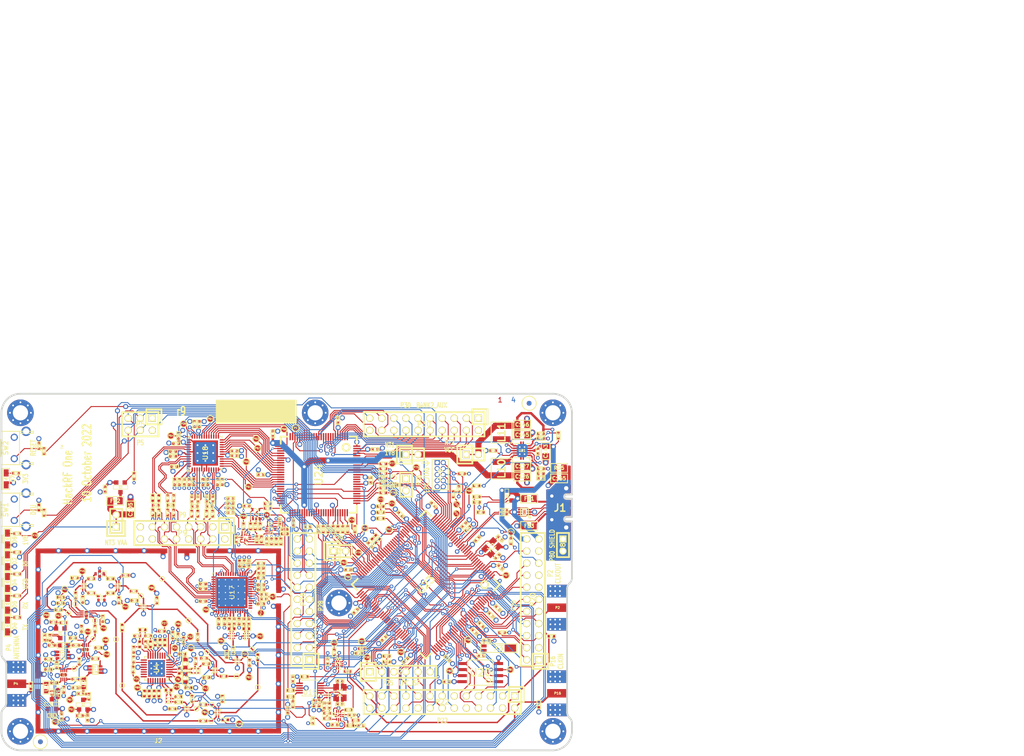
<source format=kicad_pcb>
(kicad_pcb (version 20211014) (generator pcbnew)

  (general
    (thickness 1.6116)
  )

  (paper "USLegal")
  (title_block
    (title "HackRF One")
    (date "2022-08-28")
    (rev "r9")
    (company "Copyright 2012-2022 Great Scott Gadgets")
    (comment 1 "Michael Ossmann")
    (comment 2 "Licensed under the CERN-OHL-P v2")
  )

  (layers
    (0 "F.Cu" signal "C1F")
    (1 "In1.Cu" signal "C2")
    (2 "In2.Cu" signal "C3")
    (31 "B.Cu" signal "C4B")
    (32 "B.Adhes" user "B.Adhesive")
    (33 "F.Adhes" user "F.Adhesive")
    (34 "B.Paste" user)
    (35 "F.Paste" user)
    (36 "B.SilkS" user "B.Silkscreen")
    (37 "F.SilkS" user "F.Silkscreen")
    (38 "B.Mask" user)
    (39 "F.Mask" user)
    (41 "Cmts.User" user "User.Comments")
    (44 "Edge.Cuts" user)
    (45 "Margin" user)
    (46 "B.CrtYd" user "B.Courtyard")
    (47 "F.CrtYd" user "F.Courtyard")
    (49 "F.Fab" user)
  )

  (setup
    (stackup
      (layer "F.SilkS" (type "Top Silk Screen") (color "White"))
      (layer "F.Paste" (type "Top Solder Paste"))
      (layer "F.Mask" (type "Top Solder Mask") (color "Green") (thickness 0.0127) (material "LPI") (epsilon_r 3.8) (loss_tangent 0))
      (layer "F.Cu" (type "copper") (thickness 0.035))
      (layer "dielectric 1" (type "prepreg") (thickness 0.2104) (material "7628") (epsilon_r 4.6) (loss_tangent 0))
      (layer "In1.Cu" (type "copper") (thickness 0.0152))
      (layer "dielectric 2" (type "core") (thickness 1.065) (material "7628") (epsilon_r 4.6) (loss_tangent 0))
      (layer "In2.Cu" (type "copper") (thickness 0.0152))
      (layer "dielectric 3" (type "prepreg") (thickness 0.2104) (material "7628") (epsilon_r 4.6) (loss_tangent 0))
      (layer "B.Cu" (type "copper") (thickness 0.035))
      (layer "B.Mask" (type "Bottom Solder Mask") (color "Green") (thickness 0.0127) (material "LPI") (epsilon_r 3.8) (loss_tangent 0))
      (layer "B.Paste" (type "Bottom Solder Paste"))
      (layer "B.SilkS" (type "Bottom Silk Screen") (color "White"))
      (copper_finish "ENIG")
      (dielectric_constraints yes)
    )
    (pad_to_mask_clearance 0.05)
    (pad_to_paste_clearance_ratio -0.12)
    (pcbplotparams
      (layerselection 0x00010e8_ffffffff)
      (disableapertmacros false)
      (usegerberextensions true)
      (usegerberattributes false)
      (usegerberadvancedattributes true)
      (creategerberjobfile false)
      (svguseinch false)
      (svgprecision 6)
      (excludeedgelayer true)
      (plotframeref false)
      (viasonmask false)
      (mode 1)
      (useauxorigin false)
      (hpglpennumber 1)
      (hpglpenspeed 20)
      (hpglpendiameter 15.000000)
      (dxfpolygonmode true)
      (dxfimperialunits true)
      (dxfusepcbnewfont true)
      (psnegative false)
      (psa4output false)
      (plotreference false)
      (plotvalue false)
      (plotinvisibletext false)
      (sketchpadsonfab false)
      (subtractmaskfromsilk false)
      (outputformat 1)
      (mirror false)
      (drillshape 0)
      (scaleselection 1)
      (outputdirectory "gerbers")
    )
  )

  (net 0 "")
  (net 1 "!MIX_BYPASS")
  (net 2 "!RX_AMP_PWR")
  (net 3 "!TX_AMP_PWR")
  (net 4 "!VAA_ENABLE")
  (net 5 "/Front End/RX_AMP_OUT")
  (net 6 "/Front End/RX_AMP_IN")
  (net 7 "/Front End/TX_AMP_IN")
  (net 8 "/Front End/TX_AMP_OUT")
  (net 9 "/Front End/REF_IN")
  (net 10 "/Baseband/TXBBQ-")
  (net 11 "/Baseband/TXBBQ+")
  (net 12 "/Baseband/TXBBI+")
  (net 13 "/Baseband/TXBBI-")
  (net 14 "/Baseband/COM")
  (net 15 "/Baseband/REFN")
  (net 16 "/Baseband/REFP")
  (net 17 "/Baseband/IA+")
  (net 18 "/Baseband/IA-")
  (net 19 "/Baseband/QA-")
  (net 20 "/Baseband/QA+")
  (net 21 "/Baseband/CPOUT-")
  (net 22 "/Baseband/CPOUT+")
  (net 23 "XCVR_CLK")
  (net 24 "/Baseband/XTAL2")
  (net 25 "/Microcontroller, CPLD, USB, Power/RTCX1")
  (net 26 "/Microcontroller, CPLD, USB, Power/REG_OUT2")
  (net 27 "/Microcontroller, CPLD, USB, Power/VBAT")
  (net 28 "/Microcontroller, CPLD, USB, Power/VIN")
  (net 29 "/Microcontroller, CPLD, USB, Power/REG_OUT1")
  (net 30 "/Microcontroller, CPLD, USB, Power/USB_SHIELD")
  (net 31 "/Microcontroller, CPLD, USB, Power/XTAL1")
  (net 32 "/Microcontroller, CPLD, USB, Power/XTAL2")
  (net 33 "/Microcontroller, CPLD, USB, Power/RTCX2")
  (net 34 "/Clock/XB")
  (net 35 "/Clock/XA")
  (net 36 "/Microcontroller, CPLD, USB, Power/VBUS")
  (net 37 "/Microcontroller, CPLD, USB, Power/LED1")
  (net 38 "/Microcontroller, CPLD, USB, Power/LED2")
  (net 39 "/Microcontroller, CPLD, USB, Power/LED3")
  (net 40 "/Baseband/RXBBQ-")
  (net 41 "/Baseband/RXBBI-")
  (net 42 "/Baseband/RXBBQ+")
  (net 43 "/Baseband/RXBBI+")
  (net 44 "!ANT_BIAS")
  (net 45 "/Baseband/XCVR_CLKOUT")
  (net 46 "/Microcontroller, CPLD, USB, Power/RTC_ALARM")
  (net 47 "/Microcontroller, CPLD, USB, Power/WAKEUP")
  (net 48 "/Microcontroller, CPLD, USB, Power/GPIO3_8")
  (net 49 "/Microcontroller, CPLD, USB, Power/GPIO3_9")
  (net 50 "/Microcontroller, CPLD, USB, Power/GPIO3_10")
  (net 51 "/Microcontroller, CPLD, USB, Power/GPIO3_11")
  (net 52 "/Microcontroller, CPLD, USB, Power/GPIO3_12")
  (net 53 "/Microcontroller, CPLD, USB, Power/GPIO3_13")
  (net 54 "/Microcontroller, CPLD, USB, Power/GPIO3_14")
  (net 55 "/Microcontroller, CPLD, USB, Power/GPIO3_15")
  (net 56 "/Microcontroller, CPLD, USB, Power/ADC0_6")
  (net 57 "/Microcontroller, CPLD, USB, Power/ADC0_2")
  (net 58 "/Microcontroller, CPLD, USB, Power/VBUSCTRL")
  (net 59 "/Microcontroller, CPLD, USB, Power/ADC0_5")
  (net 60 "/Microcontroller, CPLD, USB, Power/ADC0_0")
  (net 61 "/Microcontroller, CPLD, USB, Power/RESET")
  (net 62 "/Microcontroller, CPLD, USB, Power/I2C1_SCL")
  (net 63 "/Microcontroller, CPLD, USB, Power/I2C1_SDA")
  (net 64 "/Microcontroller, CPLD, USB, Power/SPIFI_CIPO")
  (net 65 "/Microcontroller, CPLD, USB, Power/SPIFI_SCK")
  (net 66 "/Microcontroller, CPLD, USB, Power/SPIFI_COPI")
  (net 67 "/Microcontroller, CPLD, USB, Power/I2S0_RX_SCK")
  (net 68 "/Microcontroller, CPLD, USB, Power/I2S0_RX_SDA")
  (net 69 "/Microcontroller, CPLD, USB, Power/I2S0_RX_MCLK")
  (net 70 "/Microcontroller, CPLD, USB, Power/I2S0_RX_WS")
  (net 71 "/Microcontroller, CPLD, USB, Power/I2S0_TX_SCK")
  (net 72 "/Microcontroller, CPLD, USB, Power/I2S0_TX_MCLK")
  (net 73 "/Microcontroller, CPLD, USB, Power/U0_RXD")
  (net 74 "/Microcontroller, CPLD, USB, Power/U0_TXD")
  (net 75 "/Microcontroller, CPLD, USB, Power/P2_9")
  (net 76 "/Microcontroller, CPLD, USB, Power/P2_13")
  (net 77 "/Microcontroller, CPLD, USB, Power/P2_8")
  (net 78 "/Microcontroller, CPLD, USB, Power/DBGEN")
  (net 79 "/Microcontroller, CPLD, USB, Power/TMS")
  (net 80 "/Microcontroller, CPLD, USB, Power/TCK")
  (net 81 "/Microcontroller, CPLD, USB, Power/TDO")
  (net 82 "/Microcontroller, CPLD, USB, Power/TDI")
  (net 83 "/Microcontroller, CPLD, USB, Power/SD_CD")
  (net 84 "/Microcontroller, CPLD, USB, Power/SD_DAT3")
  (net 85 "/Microcontroller, CPLD, USB, Power/SD_DAT2")
  (net 86 "/Microcontroller, CPLD, USB, Power/SD_DAT1")
  (net 87 "/Microcontroller, CPLD, USB, Power/SD_DAT0")
  (net 88 "/Microcontroller, CPLD, USB, Power/SD_VOLT0")
  (net 89 "/Microcontroller, CPLD, USB, Power/SD_CMD")
  (net 90 "/Microcontroller, CPLD, USB, Power/SD_POW")
  (net 91 "/Microcontroller, CPLD, USB, Power/SD_CLK")
  (net 92 "/Microcontroller, CPLD, USB, Power/B1AUX14")
  (net 93 "/Microcontroller, CPLD, USB, Power/B1AUX13")
  (net 94 "/Microcontroller, CPLD, USB, Power/CPLD_TCK")
  (net 95 "/Microcontroller, CPLD, USB, Power/BANK2F3M2")
  (net 96 "/Microcontroller, CPLD, USB, Power/CPLD_TDI")
  (net 97 "/Microcontroller, CPLD, USB, Power/BANK2F3M6")
  (net 98 "/Microcontroller, CPLD, USB, Power/BANK2F3M12")
  (net 99 "/Microcontroller, CPLD, USB, Power/BANK2F3M4")
  (net 100 "/Microcontroller, CPLD, USB, Power/CPLD_TMS")
  (net 101 "/Microcontroller, CPLD, USB, Power/CPLD_TDO")
  (net 102 "/Microcontroller, CPLD, USB, Power/B2AUX16")
  (net 103 "/Microcontroller, CPLD, USB, Power/B2AUX15")
  (net 104 "/Microcontroller, CPLD, USB, Power/B2AUX14")
  (net 105 "/Microcontroller, CPLD, USB, Power/B2AUX13")
  (net 106 "/Microcontroller, CPLD, USB, Power/B2AUX12")
  (net 107 "/Microcontroller, CPLD, USB, Power/B2AUX11")
  (net 108 "/Microcontroller, CPLD, USB, Power/B2AUX10")
  (net 109 "/Microcontroller, CPLD, USB, Power/B2AUX9")
  (net 110 "/Microcontroller, CPLD, USB, Power/B2AUX8")
  (net 111 "/Microcontroller, CPLD, USB, Power/B2AUX7")
  (net 112 "/Microcontroller, CPLD, USB, Power/B2AUX6")
  (net 113 "/Microcontroller, CPLD, USB, Power/B2AUX5")
  (net 114 "/Microcontroller, CPLD, USB, Power/B2AUX4")
  (net 115 "/Microcontroller, CPLD, USB, Power/B2AUX3")
  (net 116 "/Microcontroller, CPLD, USB, Power/B2AUX2")
  (net 117 "/Microcontroller, CPLD, USB, Power/B2AUX1")
  (net 118 "/Microcontroller, CPLD, USB, Power/GCK0")
  (net 119 "/Microcontroller, CPLD, USB, Power/SPIFI_CS")
  (net 120 "/Microcontroller, CPLD, USB, Power/VREGMODE")
  (net 121 "/Microcontroller, CPLD, USB, Power/EN1V8")
  (net 122 "/Microcontroller, CPLD, USB, Power/SGPIO0")
  (net 123 "/Microcontroller, CPLD, USB, Power/SGPIO7")
  (net 124 "/Microcontroller, CPLD, USB, Power/SGPIO9")
  (net 125 "/Microcontroller, CPLD, USB, Power/SGPIO10")
  (net 126 "/Microcontroller, CPLD, USB, Power/SGPIO11")
  (net 127 "/Microcontroller, CPLD, USB, Power/SPIFI_SIO2")
  (net 128 "/Microcontroller, CPLD, USB, Power/SPIFI_SIO3")
  (net 129 "/Baseband/QD+")
  (net 130 "/Baseband/QD-")
  (net 131 "/Baseband/ID-")
  (net 132 "/Baseband/ID+")
  (net 133 "/Clock/CLK0")
  (net 134 "Net-(C169-Pad2)")
  (net 135 "/Microcontroller, CPLD, USB, Power/DP")
  (net 136 "/Microcontroller, CPLD, USB, Power/DM")
  (net 137 "/Microcontroller, CPLD, USB, Power/RREF")
  (net 138 "/Microcontroller, CPLD, USB, Power/BANK2F3M1")
  (net 139 "/Microcontroller, CPLD, USB, Power/TRIGGER_EN")
  (net 140 "/Microcontroller, CPLD, USB, Power/BANK2F3M3")
  (net 141 "/Microcontroller, CPLD, USB, Power/SGPIO14")
  (net 142 "/Microcontroller, CPLD, USB, Power/SGPIO1")
  (net 143 "/Microcontroller, CPLD, USB, Power/BANK2F3M5")
  (net 144 "/Microcontroller, CPLD, USB, Power/SGPIO15")
  (net 145 "/Microcontroller, CPLD, USB, Power/BANK2F3M7")
  (net 146 "/Microcontroller, CPLD, USB, Power/BANK2F3M8")
  (net 147 "/Microcontroller, CPLD, USB, Power/SGPIO2")
  (net 148 "/Microcontroller, CPLD, USB, Power/BANK2F3M9")
  (net 149 "/Microcontroller, CPLD, USB, Power/SGPIO3")
  (net 150 "/Microcontroller, CPLD, USB, Power/BANK2F3M10")
  (net 151 "/Microcontroller, CPLD, USB, Power/BANK2F3M11")
  (net 152 "/Microcontroller, CPLD, USB, Power/SGPIO12")
  (net 153 "/Microcontroller, CPLD, USB, Power/SGPIO4")
  (net 154 "/Microcontroller, CPLD, USB, Power/BANK2F3M14")
  (net 155 "/Microcontroller, CPLD, USB, Power/SGPIO5")
  (net 156 "/Microcontroller, CPLD, USB, Power/BANK2F3M15")
  (net 157 "/Microcontroller, CPLD, USB, Power/SGPIO6")
  (net 158 "AMP_BYPASS")
  (net 159 "CLKIN")
  (net 160 "CLKOUT")
  (net 161 "CS_AD")
  (net 162 "CS_XCVR")
  (net 163 "DA0")
  (net 164 "DA1")
  (net 165 "DA2")
  (net 166 "DA3")
  (net 167 "DA4")
  (net 168 "DA5")
  (net 169 "DA6")
  (net 170 "DA7")
  (net 171 "DD0")
  (net 172 "DD1")
  (net 173 "DD2")
  (net 174 "DD3")
  (net 175 "DD4")
  (net 176 "DD5")
  (net 177 "DD6")
  (net 178 "DD7")
  (net 179 "DD8")
  (net 180 "DD9")
  (net 181 "GCK1")
  (net 182 "GCK2")
  (net 183 "GND")
  (net 184 "HP")
  (net 185 "LP")
  (net 186 "MCU_CLK")
  (net 187 "MIXER_ENX")
  (net 188 "MIXER_RESETX")
  (net 189 "MIXER_SCLK")
  (net 190 "MIXER_SDATA")
  (net 191 "MIX_BYPASS")
  (net 192 "MIX_CLK")
  (net 193 "RSSI")
  (net 194 "RX")
  (net 195 "RX_AMP")
  (net 196 "RX_IF")
  (net 197 "RX_MIX_BP")
  (net 198 "SCL")
  (net 199 "SDA")
  (net 200 "SGPIO_CLK")
  (net 201 "SSP1_CIPO")
  (net 202 "SSP1_COPI")
  (net 203 "SSP1_SCK")
  (net 204 "TX_AMP")
  (net 205 "TX_IF")
  (net 206 "TX_MIX_BP")
  (net 207 "VAA")
  (net 208 "VCC")
  (net 209 "XCVR_EN")
  (net 210 "Net-(C8-Pad2)")
  (net 211 "Net-(C9-Pad2)")
  (net 212 "Net-(C9-Pad1)")
  (net 213 "Net-(C12-Pad1)")
  (net 214 "Net-(C13-Pad1)")
  (net 215 "Net-(C14-Pad2)")
  (net 216 "Net-(C14-Pad1)")
  (net 217 "Net-(C15-Pad2)")
  (net 218 "Net-(C17-Pad2)")
  (net 219 "Net-(C17-Pad1)")
  (net 220 "Net-(C18-Pad2)")
  (net 221 "Net-(C18-Pad1)")
  (net 222 "Net-(C20-Pad2)")
  (net 223 "Net-(C20-Pad1)")
  (net 224 "Net-(C21-Pad2)")
  (net 225 "Net-(C21-Pad1)")
  (net 226 "Net-(C23-Pad2)")
  (net 227 "Net-(C23-Pad1)")
  (net 228 "Net-(C25-Pad1)")
  (net 229 "Net-(C26-Pad2)")
  (net 230 "Net-(C26-Pad1)")
  (net 231 "Net-(C27-Pad2)")
  (net 232 "Net-(C27-Pad1)")
  (net 233 "Net-(C28-Pad2)")
  (net 234 "Net-(C28-Pad1)")
  (net 235 "Net-(C31-Pad2)")
  (net 236 "Net-(C31-Pad1)")
  (net 237 "Net-(C32-Pad2)")
  (net 238 "Net-(C32-Pad1)")
  (net 239 "Net-(C43-Pad2)")
  (net 240 "Net-(C43-Pad1)")
  (net 241 "Net-(C44-Pad2)")
  (net 242 "Net-(C44-Pad1)")
  (net 243 "Net-(C46-Pad2)")
  (net 244 "Net-(C46-Pad1)")
  (net 245 "Net-(C48-Pad1)")
  (net 246 "Net-(C49-Pad2)")
  (net 247 "Net-(C50-Pad1)")
  (net 248 "Net-(C51-Pad2)")
  (net 249 "Net-(C51-Pad1)")
  (net 250 "Net-(C163-Pad2)")
  (net 251 "Net-(C58-Pad2)")
  (net 252 "Net-(C59-Pad2)")
  (net 253 "Net-(C61-Pad2)")
  (net 254 "Net-(C61-Pad1)")
  (net 255 "Net-(C62-Pad2)")
  (net 256 "Net-(C64-Pad2)")
  (net 257 "Net-(C64-Pad1)")
  (net 258 "Net-(C99-Pad2)")
  (net 259 "Net-(C99-Pad1)")
  (net 260 "Net-(C102-Pad2)")
  (net 261 "Net-(C102-Pad1)")
  (net 262 "Net-(C104-Pad2)")
  (net 263 "Net-(C104-Pad1)")
  (net 264 "Net-(C105-Pad1)")
  (net 265 "Net-(C106-Pad1)")
  (net 266 "Net-(C111-Pad2)")
  (net 267 "Net-(C111-Pad1)")
  (net 268 "Net-(C114-Pad2)")
  (net 269 "Net-(C114-Pad1)")
  (net 270 "Net-(C125-Pad2)")
  (net 271 "Net-(C160-Pad1)")
  (net 272 "Net-(D2-Pad2)")
  (net 273 "Net-(D4-Pad2)")
  (net 274 "Net-(D5-Pad2)")
  (net 275 "Net-(D6-Pad2)")
  (net 276 "Net-(D7-Pad2)")
  (net 277 "Net-(D8-Pad2)")
  (net 278 "Net-(FB1-Pad1)")
  (net 279 "Net-(FB2-Pad1)")
  (net 280 "Net-(FB3-Pad1)")
  (net 281 "Net-(J1-Pad3)")
  (net 282 "Net-(J1-Pad2)")
  (net 283 "Net-(L1-Pad2)")
  (net 284 "Net-(L1-Pad1)")
  (net 285 "Net-(L2-Pad1)")
  (net 286 "Net-(L3-Pad1)")
  (net 287 "Net-(L10-Pad1)")
  (net 288 "Net-(L11-Pad2)")
  (net 289 "Net-(D10-Pad1)")
  (net 290 "Net-(P6-Pad1)")
  (net 291 "Net-(P19-Pad1)")
  (net 292 "Net-(R4-Pad2)")
  (net 293 "Net-(R30-Pad2)")
  (net 294 "Net-(R19-Pad2)")
  (net 295 "Net-(R51-Pad1)")
  (net 296 "Net-(R52-Pad2)")
  (net 297 "Net-(R55-Pad2)")
  (net 298 "/Microcontroller, CPLD, USB, Power/BANK2F3M16")
  (net 299 "+1V8")
  (net 300 "unconnected-(P25-Pad3)")
  (net 301 "unconnected-(P26-Pad7)")
  (net 302 "unconnected-(U4-Pad1)")
  (net 303 "unconnected-(U4-Pad2)")
  (net 304 "unconnected-(U4-Pad3)")
  (net 305 "unconnected-(U4-Pad11)")
  (net 306 "unconnected-(U4-Pad13)")
  (net 307 "unconnected-(U4-Pad14)")
  (net 308 "unconnected-(U4-Pad17)")
  (net 309 "unconnected-(U4-Pad18)")
  (net 310 "unconnected-(U4-Pad20)")
  (net 311 "unconnected-(U4-Pad21)")
  (net 312 "unconnected-(U9-Pad2)")
  (net 313 "unconnected-(U12-Pad2)")
  (net 314 "unconnected-(U14-Pad2)")
  (net 315 "unconnected-(U15-Pad4)")
  (net 316 "unconnected-(U15-Pad6)")
  (net 317 "unconnected-(U17-Pad3)")
  (net 318 "unconnected-(U17-Pad43)")
  (net 319 "unconnected-(U17-Pad9)")
  (net 320 "unconnected-(U17-Pad12)")
  (net 321 "unconnected-(U17-Pad40)")
  (net 322 "unconnected-(U18-Pad38)")
  (net 323 "Net-(C117-Pad1)")
  (net 324 "unconnected-(U23-Pad89)")
  (net 325 "unconnected-(U23-Pad90)")
  (net 326 "unconnected-(U24-Pad14)")
  (net 327 "unconnected-(U24-Pad15)")
  (net 328 "unconnected-(U24-Pad16)")
  (net 329 "unconnected-(U24-Pad20)")
  (net 330 "unconnected-(U24-Pad25)")
  (net 331 "unconnected-(U24-Pad44)")
  (net 332 "unconnected-(U24-Pad46)")
  (net 333 "unconnected-(U24-Pad49)")
  (net 334 "unconnected-(U24-Pad50)")
  (net 335 "unconnected-(U24-Pad52)")
  (net 336 "unconnected-(U24-Pad53)")
  (net 337 "unconnected-(U24-Pad54)")
  (net 338 "unconnected-(U24-Pad58)")
  (net 339 "unconnected-(U24-Pad59)")
  (net 340 "unconnected-(U24-Pad60)")
  (net 341 "unconnected-(U24-Pad63)")
  (net 342 "unconnected-(U24-Pad65)")
  (net 343 "unconnected-(U24-Pad66)")
  (net 344 "unconnected-(U24-Pad68)")
  (net 345 "unconnected-(U24-Pad73)")
  (net 346 "unconnected-(U24-Pad75)")
  (net 347 "unconnected-(U24-Pad80)")
  (net 348 "unconnected-(U24-Pad82)")
  (net 349 "unconnected-(U24-Pad85)")
  (net 350 "unconnected-(U24-Pad86)")
  (net 351 "unconnected-(U24-Pad87)")
  (net 352 "unconnected-(U24-Pad93)")
  (net 353 "unconnected-(U24-Pad95)")
  (net 354 "unconnected-(U24-Pad96)")
  (net 355 "Net-(D10-Pad2)")
  (net 356 "Net-(C117-Pad2)")
  (net 357 "CLKOUT_EN")
  (net 358 "MCU_CLK_EN")
  (net 359 "Net-(R32-Pad2)")
  (net 360 "Net-(R33-Pad2)")
  (net 361 "Net-(R34-Pad2)")
  (net 362 "CLKIN_DETECT")
  (net 363 "Net-(R38-Pad1)")
  (net 364 "Net-(R39-Pad2)")
  (net 365 "Net-(R44-Pad2)")
  (net 366 "AD_CLK")
  (net 367 "Net-(R94-Pad2)")
  (net 368 "CLKIN_EN")
  (net 369 "FSX2_CLK")
  (net 370 "/Clock/CLK2")
  (net 371 "/Clock/CLK1")
  (net 372 "unconnected-(U4-Pad16)")
  (net 373 "unconnected-(U4-Pad9)")
  (net 374 "/Microcontroller, CPLD, USB, Power/TRST")
  (net 375 "/Microcontroller, CPLD, USB, Power/ID")
  (net 376 "/Microcontroller, CPLD, USB, Power/VBUS_DETECT")
  (net 377 "Net-(C159-Pad2)")
  (net 378 "XCVR_RXTX")
  (net 379 "unconnected-(U17-Pad44)")
  (net 380 "unconnected-(U17-Pad10)")
  (net 381 "unconnected-(U17-Pad15)")
  (net 382 "unconnected-(U17-Pad16)")
  (net 383 "unconnected-(U17-Pad17)")
  (net 384 "unconnected-(U17-Pad23)")
  (net 385 "unconnected-(U17-Pad45)")
  (net 386 "unconnected-(U17-Pad46)")
  (net 387 "unconnected-(U17-Pad55)")
  (net 388 "unconnected-(U17-Pad56)")
  (net 389 "unconnected-(U17-Pad41)")
  (net 390 "unconnected-(U17-Pad42)")
  (net 391 "unconnected-(U4-Pad15)")
  (net 392 "Net-(Q1-Pad3)")
  (net 393 "Net-(Q2-Pad3)")
  (net 394 "Net-(R31-Pad2)")
  (net 395 "Net-(U27-Pad7)")
  (net 396 "Net-(U27-Pad2)")
  (net 397 "Net-(U27-Pad1)")
  (net 398 "Net-(R103-Pad2)")
  (net 399 "Net-(U27-Pad5)")
  (net 400 "Net-(R107-Pad2)")

  (footprint "gsg-modules:LTST-S220" (layer "F.Cu") (at 61.27 148.838 -90))

  (footprint "gsg-modules:LTST-S220" (layer "F.Cu") (at 61.27 139.694 -90))

  (footprint "gsg-modules:LTST-S220" (layer "F.Cu") (at 61.27 130.55 -90))

  (footprint "gsg-modules:LTST-S220" (layer "F.Cu") (at 61.27 144.266 -90))

  (footprint "gsg-modules:LTST-S220" (layer "F.Cu") (at 61.27 135.122 -90))

  (footprint "GSG-TESTPOINT-30MIL-MASKONLY" (layer "F.Cu") (at 89.31402 142.49908))

  (footprint "GSG-TESTPOINT-30MIL-MASKONLY" (layer "F.Cu") (at 84.1046 151.6574))

  (footprint "GSG-TESTPOINT-30MIL-MASKONLY" (layer "F.Cu") (at 75.57516 144.21358))

  (footprint "GSG-TESTPOINT-30MIL-MASKONLY" (layer "F.Cu") (at 74.0537 146.1516))

  (footprint "GSG-TESTPOINT-30MIL-MASKONLY" (layer "F.Cu") (at 93.782 138.932))

  (footprint "GSG-TESTPOINT-30MIL-MASKONLY" (layer "F.Cu") (at 85.4 161.3602))

  (footprint "GSG-TESTPOINT-30MIL-MASKONLY" (layer "F.Cu") (at 75.33894 157.8483))

  (footprint "GSG-TESTPOINT-30MIL-MASKONLY" (layer "F.Cu") (at 79.28 151.506))

  (footprint "GSG-TESTPOINT-30MIL-MASKONLY" (layer "F.Cu") (at 113.919 161.74974))

  (footprint "GSG-TESTPOINT-30MIL-MASKONLY" (layer "F.Cu") (at 104.11206 168.79824))

  (footprint "GSG-TESTPOINT-30MIL-MASKONLY" (layer "F.Cu") (at 104.25176 165.37432))

  (footprint "GSG-TESTPOINT-30MIL-MASKONLY" (layer "F.Cu") (at 101.0158 166.26332))

  (footprint "GSG-TESTPOINT-30MIL-MASKONLY" (layer "F.Cu") (at 79.6671 147.71116))

  (footprint "GSG-TESTPOINT-30MIL-MASKONLY" (layer "F.Cu") (at 109.47654 159.42564))

  (footprint "GSG-TESTPOINT-30MIL-MASKONLY" (layer "F.Cu") (at 99.36226 147.6883))

  (footprint "GSG-TESTPOINT-30MIL-MASKONLY" (layer "F.Cu") (at 103.23068 154.2796))

  (footprint "GSG-TESTPOINT-30MIL-MASKONLY" (layer "F.Cu") (at 112.71504 153.71064))

  (footprint "gsg-modules:LTST-S220" (layer "F.Cu") (at 61 117.9 -90))

  (footprint "GSG-MARK1MM" (layer "F.Cu") (at 171 102))

  (footprint "hackrf:GSG-0402" (layer "F.Cu") (at 91.0964 163.0468 -90))

  (footprint "hackrf:GSG-0402" (layer "F.Cu") (at 90.0804 163.0468 -90))

  (footprint "hackrf:GSG-0402" (layer "F.Cu") (at 93.1284 163.0468 -90))

  (footprint "hackrf:GSG-0402" (layer "F.Cu") (at 92.1124 163.0468 -90))

  (footprint "hackrf:GSG-0402" (layer "F.Cu") (at 92.341 152.328 90))

  (footprint "hackrf:GSG-0402" (layer "F.Cu") (at 93.357 152.328 90))

  (footprint "hackrf:GSG-0402" (layer "F.Cu") (at 107.084 168.5762 180))

  (footprint "hackrf:GSG-0402" (layer "F.Cu") (at 113.919 155.448 -90))

  (footprint "hackrf:GSG-0402" (layer "F.Cu") (at 85.4 149.1682 90))

  (footprint "hackrf:GSG-0402" (layer "F.Cu") (at 87.9808 143.4816))

  (footprint "hackrf:GSG-0402" (layer "F.Cu") (at 84.7138 143.4622 90))

  (footprint "hackrf:GSG-0402" (layer "F.Cu") (at 87.7944 153.8266 -90))

  (footprint "hackrf:GSG-0402" (layer "F.Cu") (at 88.5564 150.9056 180))

  (footprint "hackrf:GSG-0402" (layer "F.Cu") (at 90.3344 152.6836 90))

  (footprint "hackrf:GSG-0402" (layer "F.Cu") (at 90.8424 150.9056))

  (footprint "hackrf:GSG-0402" (layer "F.Cu") (at 106.4998 164.1566 90))

  (footprint "hackrf:GSG-0402" (layer "F.Cu") (at 82.9358 141.9382))

  (footprint "hackrf:GSG-0402" (layer "F.Cu") (at 78.8718 141.9382))

  (footprint "hackrf:GSG-0402" (layer "F.Cu") (at 77.0938 143.3352 90))

  (footprint "hackrf:GSG-0402" (layer "F.Cu") (at 87.8078 141.5288))

  (footprint "hackrf:GSG-0402" (layer "F.Cu") (at 102.4382 165.3794 180))

  (footprint "hackrf:GSG-0402" (layer "F.Cu") (at 95.9732 166.2726))

  (footprint "hackrf:GSG-0402" (layer "F.Cu") (at 101.2698 151.1808 90))

  (footprint "hackrf:GSG-0402" (layer "F.Cu") (at 92.6798 143.4816 -90))

  (footprint "hackrf:GSG-0402" (layer "F.Cu") (at 97.1924 163.7326))

  (footprint "hackrf:GSG-0402" (layer "F.Cu") (at 78.8718 138.8902 180))

  (footprint "hackrf:GSG-0402" (layer "F.Cu") (at 82.9358 138.8902))

  (footprint "hackrf:GSG-0402" (layer "F.Cu") (at 97.1924 164.8756))

  (footprint "hackrf:GSG-0402" (layer "F.Cu") (at 75.4174 138.7124 180))

  (footprint "hackrf:GSG-0402" (layer "F.Cu") (at 86.1 138.2))

  (footprint "hackrf:GSG-0402" (layer "F.Cu") (at 75.5952 142.4462 90))

  (footprint "hackrf:GSG-0402" (layer "F.Cu") (at 102.4382 168.8084 180))

  (footprint "hackrf:GSG-0402" (layer "F.Cu") (at 100.1134 164.139 90))

  (footprint "hackrf:GSG-0402" (layer "F.Cu") (at 98.31 151.9216 90))

  (footprint "hackrf:GSG-0402" (layer "F.Cu") (at 97.167 151.1596 90))

  (footprint "hackrf:GSG-0402" (layer "F.Cu") (at 96.024 150.7786 90))

  (footprint "hackrf:GSG-0402" (layer "F.Cu") (at 93.738 149.915 180))

  (footprint "hackrf:GSG-0402" (layer "F.Cu") (at 72.4456 142.8272))

  (footprint "hackrf:GSG-0402" (layer "F.Cu") (at 81.3054 147.3454 90))

  (footprint "hackrf:GSG-0402" (layer "F.Cu") (at 72.4456 144.0718))

  (footprint "hackrf:GSG-0402" (layer "F.Cu") (at 99.326 161.8276))

  (footprint "hackrf:GSG-0402" (layer "F.Cu") (at 98.056 154.7156 180))

  (footprint "hackrf:GSG-0402" (layer "F.Cu") (at 72.009 145.415 180))

  (footprint "hackrf:GSG-0402" (layer "F.Cu") (at 79.6798 149.4282 90))

  (footprint "hackrf:GSG-0402" (layer "F.Cu") (at 102.5906 155.6512))

  (footprint "hackrf:GSG-0402" (layer "F.Cu") (at 103.0478 156.7942 180))

  (footprint "hackrf:GSG-0402" (layer "F.Cu") (at 112.1664 156.5656 90))

  (footprint "hackrf:GSG-0402" (layer "F.Cu") (at 108.7374 154.0002 90))

  (footprint "hackrf:GSG-0402" (layer "F.Cu") (at 100.85 156.2396 -90))

  (footprint "hackrf:GSG-0402" (layer "F.Cu") (at 75.678 152.92))

  (footprint "hackrf:GSG-0402" (layer "F.Cu") (at 106.7414 159.434 180))

  (footprint "hackrf:GSG-0402" (layer "F.Cu") (at 70.598 152.92 180))

  (footprint "hackrf:GSG-0402" (layer "F.Cu") (at 70.9474 147.9998 180))

  (footprint "hackrf:GSG-0402" (layer "F.Cu") (at 103.124 159.6644 180))

  (footprint "hackrf:GSG-0402" (layer "F.Cu") (at 80.377 153.428))

  (footprint "hackrf:GSG-0402" (layer "F.Cu") (at 107.3912 154.8638 90))

  (footprint "hackrf:GSG-0402" (layer "F.Cu") (at 76.835 149.4282 90))

  (footprint "hackrf:GSG-0402" (layer "F.Cu") (at 71.614 157.111 90))

  (footprint "hackrf:GSG-0402" (layer "F.Cu") (at 79.742 155.714))

  (footprint "hackrf:GSG-0402" (layer "F.Cu") (at 75.043 151.396))

  (footprint "hackrf:GSG-0402" (layer "F.Cu") (at 76.3638 156.3236 90))

  (footprint "hackrf:GSG-0402" (layer "F.Cu") (at 75.551 160.032))

  (footprint "hackrf:GSG-0402" (layer "F.Cu") (at 73.0872 162.2418 -90))

  (footprint "hackrf:GSG-0402" (layer "F.Cu") (at 71.13 160.81 180))

  (footprint "hackrf:GSG-0402" (layer "F.Cu") (at 69.836 158))

  (footprint "hackrf:GSG-0402" (layer "F.Cu") (at 69.836 155.841))

  (footprint "hackrf:GSG-0402" (layer "F.Cu") (at 87.7 158 90))

  (footprint "hackrf:GSG-0402" (layer "F.Cu") (at 126.8 165.1 -90))

  (footprint "hackrf:GSG-0402" (layer "F.Cu") (at 125.7 165.1 -90))

  (footprint "hackrf:GSG-0402" (layer "F.Cu") (at 87.8 155.9 90))

  (footprint "hackrf:GSG-0402" (layer "F.Cu") (at 100.4824 118.5578 -90))

  (footprint "hackrf:GSG-0402" (layer "F.Cu") (at 99.4664 118.5578 -90))

  (footprint "hackrf:GSG-0402" (layer "F.Cu") (at 103.4034 118.5578 -90))

  (footprint "hackrf:GSG-0402" (layer "F.Cu") (at 102.3874 118.5578 -90))

  (footprint "hackrf:GSG-0402" (layer "F.Cu") (at 105.4354 118.5578 -90))

  (footprint "hackrf:GSG-0402" (layer "F.Cu") (at 106.4514 118.5578 -90))

  (footprint "hackrf:GSG-0402" (layer "F.Cu") (at 101.6254 106.3658 90))

  (footprint "hackrf:GSG-0402" (layer "F.Cu") (at 100.6094 106.3658 90))

  (footprint "hackrf:GSG-0402" (layer "F.Cu")
    (tedit 4FB6CFE4) (tstamp 00000000-0000-0000-0000-00005787e271)
    (at 96.7359 110.4933 180)
    (property "Description" "CAP CER 0.1UF 10V 10% X5R 0402")
    (property "Manufacturer" "Murata")
    (property "Part Number" "GRM155R61A104KA01D")
    (property "Sheetfile" "baseband.kicad_sch")
    (property "Sheetname" "Baseband")
    (path "/00000000-0000-0000-0000-000050370666/00000000-0000-0000-0000-0000503c49f8")
    (solder_mask_margin 0.1016)
    (attr through_hole)
    (fp_text reference "C79" (at 0 0.0508 180) (layer "F.SilkS")
      (effects (font (size 0.4064 0.4064) (thickness 0.1016)))
      (tstamp 0dd62723-ff86-4b49-a465-2fc2135e9e74)
    )
    (fp_text value "100nF" (at 0 0.0508 180) (layer "F.SilkS") hide
      (effects (font (size 0.4064 0.4064) (thickness 0.1016)))
      (tstamp 8b436394-cfe5-4281-8a44-d8250485bc73)
    )
    (fp_line (start 0.889 -0.381) (end 0.889 0.381) (layer "F.SilkS") (width 0.2032) (tstamp 276c4314-4e47-4380-a23e-7ce338b09b13))
    (fp_line (start -0.889 -0.381) (end 0.889 -0.381) (layer "F.SilkS") (width 0.2032) (tstamp 6b15afc9-f714-4916-a790-fbe7bd8e46cd))
    (fp_line (start -0.889 0.381) (end -0.889 -0.381) (layer "F.SilkS") (width 0.2032) (tstamp 738c30c1-eb59-420d-a7e7-e4c5ac240076))
    (fp_line (start 0.889
... [4581548 chars truncated]
</source>
